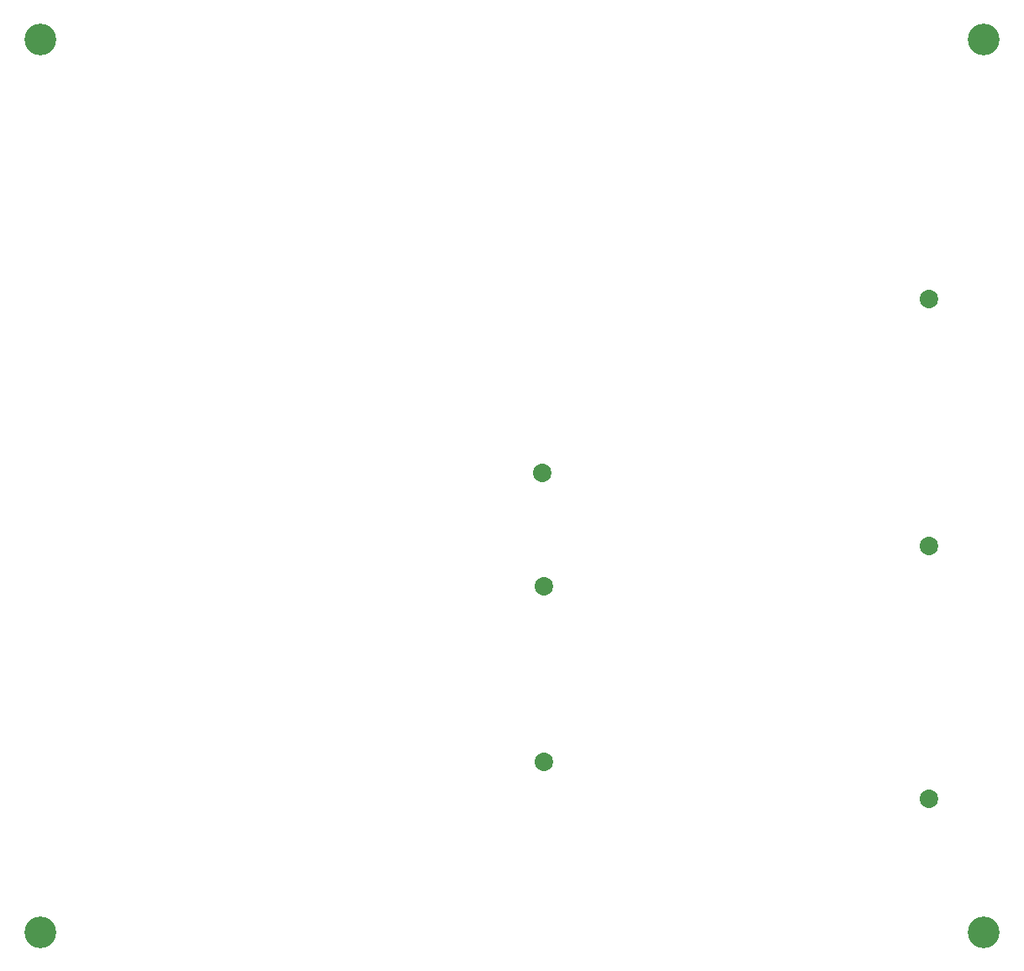
<source format=gbr>
%TF.GenerationSoftware,KiCad,Pcbnew,9.0.0*%
%TF.CreationDate,2025-04-14T20:03:46-05:00*%
%TF.ProjectId,Fault Latch 2,4661756c-7420-44c6-9174-636820322e6b,rev?*%
%TF.SameCoordinates,Original*%
%TF.FileFunction,NonPlated,1,2,NPTH,Drill*%
%TF.FilePolarity,Positive*%
%FSLAX46Y46*%
G04 Gerber Fmt 4.6, Leading zero omitted, Abs format (unit mm)*
G04 Created by KiCad (PCBNEW 9.0.0) date 2025-04-14 20:03:46*
%MOMM*%
%LPD*%
G01*
G04 APERTURE LIST*
%TA.AperFunction,ComponentDrill*%
%ADD10C,1.860000*%
%TD*%
%TA.AperFunction,ComponentDrill*%
%ADD11C,3.200000*%
%TD*%
G04 APERTURE END LIST*
D10*
%TO.C,U101*%
X130587500Y-98750000D03*
%TO.C,U113*%
X130695563Y-127818634D03*
%TO.C,U105*%
X130700000Y-110115000D03*
%TO.C,U110*%
X169500000Y-81200000D03*
%TO.C,U111*%
X169500000Y-106087500D03*
%TO.C,U112*%
X169500000Y-131550000D03*
D11*
%TO.C,H104*%
X80000000Y-55000000D03*
%TO.C,H101*%
X80000000Y-145000000D03*
%TO.C,H103*%
X175000000Y-55000000D03*
%TO.C,H102*%
X175000000Y-145000000D03*
M02*

</source>
